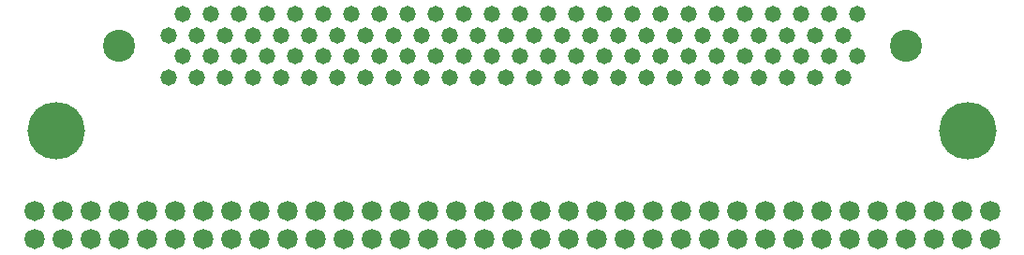
<source format=gbs>
G04*
G04 #@! TF.GenerationSoftware,Altium Limited,Altium Designer,20.0.11 (256)*
G04*
G04 Layer_Color=16711935*
%FSLAX25Y25*%
%MOIN*%
G70*
G01*
G75*
%ADD13C,0.00000*%
%ADD14C,0.07178*%
%ADD15C,0.05800*%
%ADD16C,0.11430*%
%ADD17C,0.20485*%
D13*
X22551Y6618D02*
G03*
X22551Y6618I-3390J0D01*
G01*
Y-3382D02*
G03*
X22551Y-3382I-3390J0D01*
G01*
X32551Y6618D02*
G03*
X32551Y6618I-3390J0D01*
G01*
Y-3382D02*
G03*
X32551Y-3382I-3390J0D01*
G01*
X42551Y6618D02*
G03*
X42551Y6618I-3390J0D01*
G01*
Y-3382D02*
G03*
X42551Y-3382I-3390J0D01*
G01*
X52551Y6618D02*
G03*
X52551Y6618I-3390J0D01*
G01*
Y-3382D02*
G03*
X52551Y-3382I-3390J0D01*
G01*
X62551Y6618D02*
G03*
X62551Y6618I-3390J0D01*
G01*
Y-3382D02*
G03*
X62551Y-3382I-3390J0D01*
G01*
X72551Y6618D02*
G03*
X72551Y6618I-3390J0D01*
G01*
Y-3382D02*
G03*
X72551Y-3382I-3390J0D01*
G01*
X82551Y6618D02*
G03*
X82551Y6618I-3390J0D01*
G01*
Y-3382D02*
G03*
X82551Y-3382I-3390J0D01*
G01*
X92551Y6618D02*
G03*
X92551Y6618I-3390J0D01*
G01*
Y-3382D02*
G03*
X92551Y-3382I-3390J0D01*
G01*
X102551Y6618D02*
G03*
X102551Y6618I-3390J0D01*
G01*
Y-3382D02*
G03*
X102551Y-3382I-3390J0D01*
G01*
X112551Y6618D02*
G03*
X112551Y6618I-3390J0D01*
G01*
Y-3382D02*
G03*
X112551Y-3382I-3390J0D01*
G01*
X122551Y6618D02*
G03*
X122551Y6618I-3390J0D01*
G01*
Y-3382D02*
G03*
X122551Y-3382I-3390J0D01*
G01*
X132551Y6618D02*
G03*
X132551Y6618I-3390J0D01*
G01*
Y-3382D02*
G03*
X132551Y-3382I-3390J0D01*
G01*
X142551Y6618D02*
G03*
X142551Y6618I-3390J0D01*
G01*
Y-3382D02*
G03*
X142551Y-3382I-3390J0D01*
G01*
X152551Y6618D02*
G03*
X152551Y6618I-3390J0D01*
G01*
Y-3382D02*
G03*
X152551Y-3382I-3390J0D01*
G01*
X162551Y6618D02*
G03*
X162551Y6618I-3390J0D01*
G01*
Y-3382D02*
G03*
X162551Y-3382I-3390J0D01*
G01*
X172551Y6618D02*
G03*
X172551Y6618I-3390J0D01*
G01*
Y-3382D02*
G03*
X172551Y-3382I-3390J0D01*
G01*
X182551Y6618D02*
G03*
X182551Y6618I-3390J0D01*
G01*
Y-3382D02*
G03*
X182551Y-3382I-3390J0D01*
G01*
X192551Y6618D02*
G03*
X192551Y6618I-3390J0D01*
G01*
Y-3382D02*
G03*
X192551Y-3382I-3390J0D01*
G01*
X202551Y6618D02*
G03*
X202551Y6618I-3390J0D01*
G01*
Y-3382D02*
G03*
X202551Y-3382I-3390J0D01*
G01*
X212551Y6618D02*
G03*
X212551Y6618I-3390J0D01*
G01*
Y-3382D02*
G03*
X212551Y-3382I-3390J0D01*
G01*
X222551Y6618D02*
G03*
X222551Y6618I-3390J0D01*
G01*
Y-3382D02*
G03*
X222551Y-3382I-3390J0D01*
G01*
X232551Y6618D02*
G03*
X232551Y6618I-3390J0D01*
G01*
Y-3382D02*
G03*
X232551Y-3382I-3390J0D01*
G01*
X242551Y6618D02*
G03*
X242551Y6618I-3390J0D01*
G01*
Y-3382D02*
G03*
X242551Y-3382I-3390J0D01*
G01*
X252551Y6618D02*
G03*
X252551Y6618I-3390J0D01*
G01*
Y-3382D02*
G03*
X252551Y-3382I-3390J0D01*
G01*
X262551Y6618D02*
G03*
X262551Y6618I-3390J0D01*
G01*
Y-3382D02*
G03*
X262551Y-3382I-3390J0D01*
G01*
X272551Y6618D02*
G03*
X272551Y6618I-3390J0D01*
G01*
Y-3382D02*
G03*
X272551Y-3382I-3390J0D01*
G01*
X282551Y6618D02*
G03*
X282551Y6618I-3390J0D01*
G01*
Y-3382D02*
G03*
X282551Y-3382I-3390J0D01*
G01*
X292551Y6618D02*
G03*
X292551Y6618I-3390J0D01*
G01*
Y-3382D02*
G03*
X292551Y-3382I-3390J0D01*
G01*
X302551Y6618D02*
G03*
X302551Y6618I-3390J0D01*
G01*
Y-3382D02*
G03*
X302551Y-3382I-3390J0D01*
G01*
X312551Y6618D02*
G03*
X312551Y6618I-3390J0D01*
G01*
Y-3382D02*
G03*
X312551Y-3382I-3390J0D01*
G01*
X322551Y6618D02*
G03*
X322551Y6618I-3390J0D01*
G01*
Y-3382D02*
G03*
X322551Y-3382I-3390J0D01*
G01*
X332551Y6618D02*
G03*
X332551Y6618I-3390J0D01*
G01*
Y-3382D02*
G03*
X332551Y-3382I-3390J0D01*
G01*
X342551Y6618D02*
G03*
X342551Y6618I-3390J0D01*
G01*
Y-3382D02*
G03*
X342551Y-3382I-3390J0D01*
G01*
X352551Y6618D02*
G03*
X352551Y6618I-3390J0D01*
G01*
Y-3382D02*
G03*
X352551Y-3382I-3390J0D01*
G01*
X362551Y6618D02*
G03*
X362551Y6618I-3390J0D01*
G01*
Y-3382D02*
G03*
X362551Y-3382I-3390J0D01*
G01*
D14*
X19161Y6618D02*
D03*
Y-3382D02*
D03*
X29161Y6618D02*
D03*
Y-3382D02*
D03*
X39161Y6618D02*
D03*
Y-3382D02*
D03*
X49161Y6618D02*
D03*
Y-3382D02*
D03*
X59161Y6618D02*
D03*
Y-3382D02*
D03*
X69161Y6618D02*
D03*
Y-3382D02*
D03*
X79161Y6618D02*
D03*
Y-3382D02*
D03*
X89161Y6618D02*
D03*
Y-3382D02*
D03*
X99161Y6618D02*
D03*
Y-3382D02*
D03*
X109161Y6618D02*
D03*
Y-3382D02*
D03*
X119161Y6618D02*
D03*
Y-3382D02*
D03*
X129161Y6618D02*
D03*
Y-3382D02*
D03*
X139161Y6618D02*
D03*
Y-3382D02*
D03*
X149161Y6618D02*
D03*
Y-3382D02*
D03*
X159161Y6618D02*
D03*
Y-3382D02*
D03*
X169161Y6618D02*
D03*
Y-3382D02*
D03*
X179161Y6618D02*
D03*
Y-3382D02*
D03*
X189161Y6618D02*
D03*
Y-3382D02*
D03*
X199161Y6618D02*
D03*
Y-3382D02*
D03*
X209161Y6618D02*
D03*
Y-3382D02*
D03*
X219161Y6618D02*
D03*
Y-3382D02*
D03*
X229161Y6618D02*
D03*
Y-3382D02*
D03*
X239161Y6618D02*
D03*
Y-3382D02*
D03*
X249161Y6618D02*
D03*
Y-3382D02*
D03*
X259161Y6618D02*
D03*
Y-3382D02*
D03*
X269161Y6618D02*
D03*
Y-3382D02*
D03*
X279161Y6618D02*
D03*
Y-3382D02*
D03*
X289161Y6618D02*
D03*
Y-3382D02*
D03*
X299161Y6618D02*
D03*
Y-3382D02*
D03*
X309161Y6618D02*
D03*
Y-3382D02*
D03*
X319161Y6618D02*
D03*
Y-3382D02*
D03*
X329161Y6618D02*
D03*
Y-3382D02*
D03*
X339161Y6618D02*
D03*
Y-3382D02*
D03*
X349161Y6618D02*
D03*
Y-3382D02*
D03*
X359161Y6618D02*
D03*
Y-3382D02*
D03*
D15*
X311813Y76854D02*
D03*
X301814D02*
D03*
X291813D02*
D03*
X281814D02*
D03*
X271814D02*
D03*
X261813D02*
D03*
X251814D02*
D03*
X241813D02*
D03*
X231814D02*
D03*
X221814D02*
D03*
X211813D02*
D03*
X201813D02*
D03*
X191813D02*
D03*
X181813D02*
D03*
X171813D02*
D03*
X161813D02*
D03*
X151813D02*
D03*
X141813D02*
D03*
X131813D02*
D03*
X121813D02*
D03*
X111813D02*
D03*
X101813D02*
D03*
X91813D02*
D03*
X81814D02*
D03*
X71813D02*
D03*
X306814Y69354D02*
D03*
X296814D02*
D03*
X286813D02*
D03*
X276814D02*
D03*
X266813D02*
D03*
X256814D02*
D03*
X246814D02*
D03*
X236813D02*
D03*
X226814D02*
D03*
X216813D02*
D03*
X206814D02*
D03*
X196813D02*
D03*
X186813D02*
D03*
X176813D02*
D03*
X166813D02*
D03*
X156813D02*
D03*
X146813D02*
D03*
X136813D02*
D03*
X126813D02*
D03*
X116813D02*
D03*
X106813D02*
D03*
X96813D02*
D03*
X86813D02*
D03*
X76814D02*
D03*
X66813D02*
D03*
X311813Y61854D02*
D03*
X301814D02*
D03*
X291813D02*
D03*
X281814D02*
D03*
X271814D02*
D03*
X261813D02*
D03*
X251814D02*
D03*
X241813D02*
D03*
X231814D02*
D03*
X221814D02*
D03*
X211813D02*
D03*
X201813D02*
D03*
X191813D02*
D03*
X181813D02*
D03*
X171813D02*
D03*
X161813D02*
D03*
X151813D02*
D03*
X141813D02*
D03*
X131813D02*
D03*
X121813D02*
D03*
X111813D02*
D03*
X101813D02*
D03*
X91813D02*
D03*
X81814D02*
D03*
X71813D02*
D03*
X306814Y54354D02*
D03*
X296814D02*
D03*
X286813D02*
D03*
X276814D02*
D03*
X266813D02*
D03*
X256814D02*
D03*
X246814D02*
D03*
X236813D02*
D03*
X226814D02*
D03*
X216813D02*
D03*
X206814D02*
D03*
X196813D02*
D03*
X186813D02*
D03*
X176813D02*
D03*
X166813D02*
D03*
X156813D02*
D03*
X146813D02*
D03*
X136813D02*
D03*
X126813D02*
D03*
X116813D02*
D03*
X106813D02*
D03*
X96813D02*
D03*
X86813D02*
D03*
X76814D02*
D03*
X66813D02*
D03*
D16*
X49313Y65604D02*
D03*
X329313D02*
D03*
D17*
X351319Y35228D02*
D03*
X26839D02*
D03*
M02*

</source>
